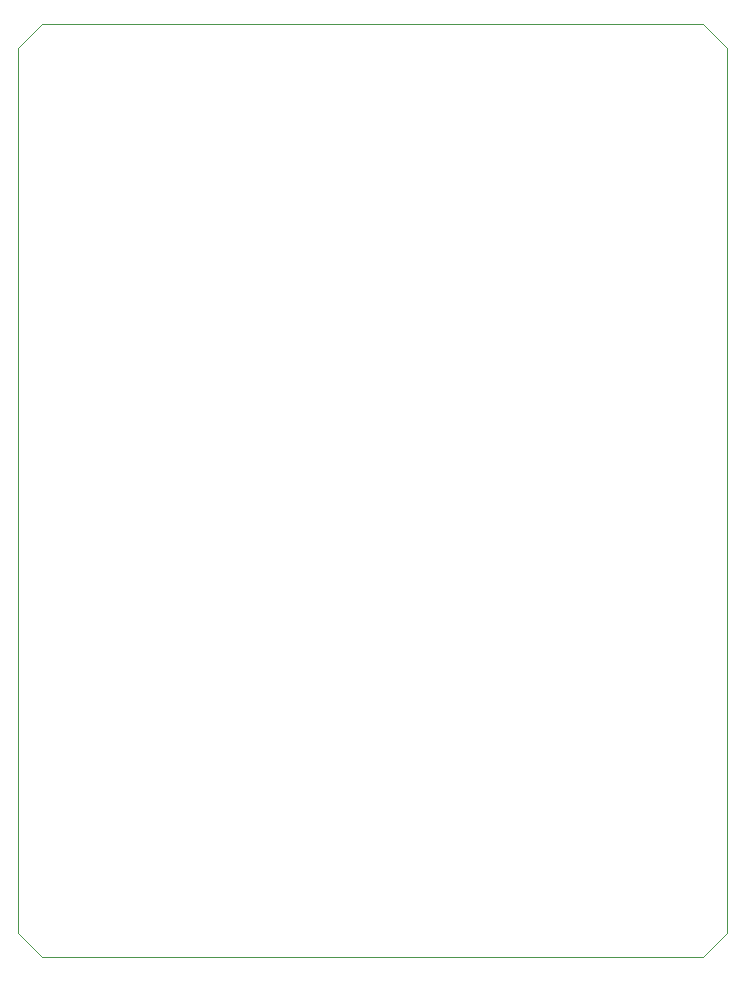
<source format=gm1>
%TF.GenerationSoftware,KiCad,Pcbnew,7.0.7*%
%TF.CreationDate,2023-11-27T18:29:32+03:00*%
%TF.ProjectId,Bagryanets,42616772-7961-46e6-9574-732e6b696361,rev?*%
%TF.SameCoordinates,PX68e7780PY7bfa480*%
%TF.FileFunction,Profile,NP*%
%FSLAX46Y46*%
G04 Gerber Fmt 4.6, Leading zero omitted, Abs format (unit mm)*
G04 Created by KiCad (PCBNEW 7.0.7) date 2023-11-27 18:29:32*
%MOMM*%
%LPD*%
G01*
G04 APERTURE LIST*
%TA.AperFunction,Profile*%
%ADD10C,0.100000*%
%TD*%
G04 APERTURE END LIST*
D10*
X0Y0D02*
X56000000Y0D01*
X56000000Y79000000D02*
X0Y79000000D01*
X58000000Y2000000D02*
X58000000Y77000000D01*
X0Y79000000D02*
X-2000000Y77000000D01*
X-2000000Y2000000D02*
X0Y0D01*
X56000000Y0D02*
X58000000Y2000000D01*
X-2000000Y77000000D02*
X-2000000Y2000000D01*
X58000000Y77000000D02*
X56000000Y79000000D01*
M02*

</source>
